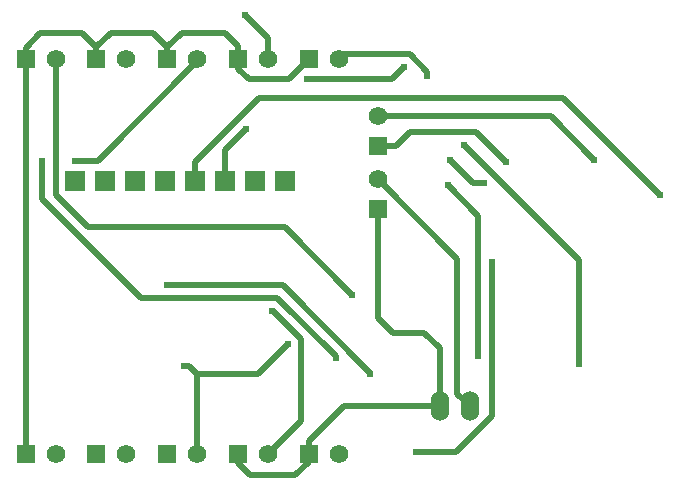
<source format=gbl>
G04 Layer: BottomLayer*
G04 EasyEDA v6.5.48, 2025-03-18 13:34:47*
G04 7eabae28df64481683c8fee008179a12,87df033457c64ae98c411226fbcdc187,10*
G04 Gerber Generator version 0.2*
G04 Scale: 100 percent, Rotated: No, Reflected: No *
G04 Dimensions in millimeters *
G04 leading zeros omitted , absolute positions ,4 integer and 5 decimal *
%FSLAX45Y45*%
%MOMM*%

%ADD10C,0.5000*%
%ADD11R,1.5748X1.5748*%
%ADD12C,1.5748*%
%ADD13O,1.524X2.54*%
%ADD14R,1.7000X1.7000*%
%ADD15C,0.6100*%

%LPD*%
D10*
X20737652Y2927883D02*
G01*
X20936762Y2728772D01*
X21025586Y2728772D01*
X20354442Y3713048D02*
G01*
X20248194Y3606800D01*
X19532600Y3606800D01*
X18347131Y1865680D02*
G01*
X19322034Y1865680D01*
X20062748Y1124965D01*
X20062748Y1109421D01*
X20455509Y451205D02*
G01*
X20789188Y451205D01*
X21093328Y755345D01*
X21093328Y2062302D01*
X21831960Y1199108D02*
G01*
X21831960Y2075301D01*
X20855152Y3052112D01*
X20130160Y3294608D02*
G01*
X21591117Y3294608D01*
X21960611Y2925114D01*
X18834760Y2748508D02*
G01*
X18834760Y3010052D01*
X19010858Y3186150D01*
X18599658Y3777208D02*
G01*
X18599658Y3758996D01*
X17756149Y2915488D01*
X17561712Y2915488D01*
X19770496Y1249197D02*
G01*
X19770496Y1264234D01*
X19277584Y1757146D01*
X18124728Y1757146D01*
X17286350Y2595524D01*
X17286350Y2915488D01*
X20720253Y2709443D02*
G01*
X20980552Y2449144D01*
X20980552Y1266647D01*
X18599658Y437108D02*
G01*
X18599658Y1112901D01*
X18599658Y1112901D02*
G01*
X19111544Y1112901D01*
X19367296Y1368653D01*
X18487390Y1183259D02*
G01*
X18529300Y1183259D01*
X18599658Y1112901D01*
X19199656Y437108D02*
G01*
X19477863Y715314D01*
X19477863Y1407540D01*
X19243471Y1641932D01*
X19236816Y1641932D01*
X18580760Y2748508D02*
G01*
X18580760Y2908579D01*
X18580760Y2908579D02*
G01*
X19121297Y3449116D01*
X21699550Y3449116D01*
X22521189Y2627477D01*
X20283957Y3040608D02*
G01*
X20404632Y3161284D01*
X20956854Y3161284D01*
X21209914Y2908223D01*
X20130160Y3040608D02*
G01*
X20283957Y3040608D01*
X17145660Y3777208D02*
G01*
X17145660Y437108D01*
X19545655Y437108D02*
G01*
X19545655Y546455D01*
X19842708Y843508D01*
X20650860Y843508D01*
X20130261Y2761234D02*
G01*
X20802600Y2088642D01*
X20802600Y945642D01*
X20904961Y843534D01*
X17399660Y3777208D02*
G01*
X17399660Y2625470D01*
X17671846Y2353284D01*
X19342328Y2353284D01*
X19913498Y1782114D01*
X20548193Y3637762D02*
G01*
X20548193Y3668750D01*
X20398231Y3818712D01*
X19841159Y3818712D01*
X19799655Y3777208D01*
X19004635Y4148124D02*
G01*
X19199656Y3953103D01*
X19199656Y3777208D01*
X17145761Y3777234D02*
G01*
X17145761Y3874262D01*
X17272000Y4000500D01*
X17627600Y4000500D01*
X17745709Y3882389D01*
X17745709Y3777234D01*
X17745709Y3777234D02*
G01*
X17745709Y3877310D01*
X17868900Y4000500D01*
X18224500Y4000500D01*
X18345658Y3879342D01*
X18345658Y3777234D01*
X18345658Y3879342D02*
G01*
X18466816Y4000500D01*
X18834100Y4000500D01*
X18945606Y3888994D01*
X18945606Y3777234D01*
X18945606Y3777234D02*
G01*
X18945606Y3698494D01*
X19037300Y3606800D01*
X19375120Y3606800D01*
X19545554Y3777234D01*
X20130261Y2507234D02*
G01*
X20130261Y1586737D01*
X20256500Y1460500D01*
X20523200Y1460500D01*
X20650961Y1332737D01*
X20650961Y843534D01*
X18945606Y437134D02*
G01*
X18945606Y358394D01*
X19050000Y254000D01*
X19431000Y254000D01*
X19545554Y368554D01*
X19545554Y437134D01*
D11*
G01*
X20130160Y3040608D03*
D12*
G01*
X20130160Y3294608D03*
D11*
G01*
X20130160Y2507208D03*
D12*
G01*
X20130160Y2761208D03*
D13*
G01*
X20650860Y843508D03*
G01*
X20904860Y843508D03*
D14*
G01*
X19342760Y2748508D03*
G01*
X19088760Y2748508D03*
G01*
X18834760Y2748508D03*
G01*
X18580760Y2748508D03*
G01*
X18326760Y2748508D03*
G01*
X18072760Y2748508D03*
G01*
X17818760Y2748508D03*
G01*
X17564760Y2748508D03*
D11*
G01*
X17145660Y3777208D03*
D12*
G01*
X17399660Y3777208D03*
D11*
G01*
X17745659Y3777208D03*
D12*
G01*
X17999659Y3777208D03*
D11*
G01*
X18345658Y3777208D03*
D12*
G01*
X18599658Y3777208D03*
D11*
G01*
X18945656Y3777208D03*
D12*
G01*
X19199656Y3777208D03*
D11*
G01*
X19545655Y3777208D03*
D12*
G01*
X19799655Y3777208D03*
D11*
G01*
X17145660Y437108D03*
D12*
G01*
X17399660Y437108D03*
D11*
G01*
X17745659Y437108D03*
D12*
G01*
X17999659Y437108D03*
D11*
G01*
X18345658Y437108D03*
D12*
G01*
X18599658Y437108D03*
D11*
G01*
X18945656Y437108D03*
D12*
G01*
X19199656Y437108D03*
D11*
G01*
X19545655Y437108D03*
D12*
G01*
X19799655Y437108D03*
D15*
G01*
X21209914Y2908223D03*
G01*
X22521189Y2627477D03*
G01*
X19913498Y1782114D03*
G01*
X19236816Y1641932D03*
G01*
X18487390Y1183259D03*
G01*
X19367296Y1368653D03*
G01*
X20548193Y3637762D03*
G01*
X20720253Y2709443D03*
G01*
X20980552Y1266647D03*
G01*
X19770496Y1249197D03*
G01*
X17286350Y2915488D03*
G01*
X17561712Y2915488D03*
G01*
X19010858Y3186150D03*
G01*
X21960611Y2925114D03*
G01*
X21831960Y1199108D03*
G01*
X20855152Y3052114D03*
G01*
X19004635Y4148124D03*
G01*
X21093328Y2062302D03*
G01*
X20455509Y451205D03*
G01*
X20062748Y1109421D03*
G01*
X18347131Y1865680D03*
G01*
X20737652Y2927883D03*
G01*
X21025586Y2728772D03*
G01*
X20354442Y3713048D03*
G01*
X19532600Y3606800D03*
M02*

</source>
